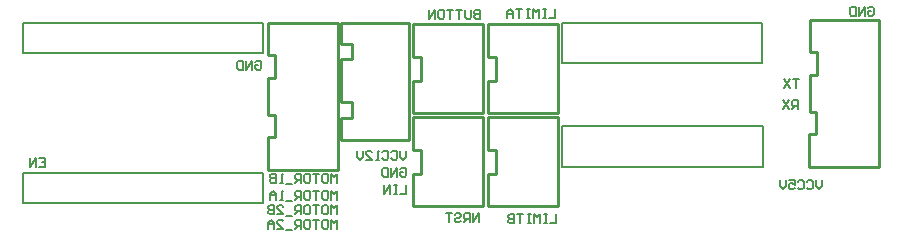
<source format=gbo>
G04*
G04 #@! TF.GenerationSoftware,Altium Limited,Altium Designer,24.0.1 (36)*
G04*
G04 Layer_Color=32896*
%FSLAX44Y44*%
%MOMM*%
G71*
G04*
G04 #@! TF.SameCoordinates,5B0ED70E-373C-42BA-93D7-FD99D67A1B07*
G04*
G04*
G04 #@! TF.FilePolarity,Positive*
G04*
G01*
G75*
%ADD11C,0.2540*%
%ADD14C,0.2032*%
%ADD16C,0.2000*%
D11*
X842442Y1127734D02*
X901192D01*
X842442Y1052296D02*
X901192D01*
Y1127734D01*
X842442Y1080135D02*
X848868D01*
X842442Y1100328D02*
Y1127734D01*
Y1100328D02*
X848868D01*
X842442Y1060120D02*
Y1080135D01*
Y1052296D02*
Y1060120D01*
X848868Y1080135D02*
Y1100328D01*
X842442Y1048994D02*
X901192D01*
X842442Y973556D02*
X901192D01*
Y1048994D01*
X842442Y1001395D02*
X848868D01*
X842442Y1021588D02*
Y1048994D01*
Y1021588D02*
X848868D01*
X842442Y981380D02*
Y1001395D01*
Y973556D02*
Y981380D01*
X848868Y1001395D02*
Y1021588D01*
X905942Y1127734D02*
X964692D01*
X905942Y1052296D02*
X964692D01*
Y1127734D01*
X905942Y1080135D02*
X912368D01*
X905942Y1100328D02*
Y1127734D01*
Y1100328D02*
X912368D01*
X905942Y1060120D02*
Y1080135D01*
Y1052296D02*
Y1060120D01*
X912368Y1080135D02*
Y1100328D01*
X905942Y1048994D02*
X964692D01*
X905942Y973556D02*
X964692D01*
Y1048994D01*
X905942Y1001395D02*
X912368D01*
X905942Y1021588D02*
Y1048994D01*
Y1021588D02*
X912368D01*
X905942Y981380D02*
Y1001395D01*
Y973556D02*
Y981380D01*
X912368Y1001395D02*
Y1021588D01*
X1178052Y1085088D02*
X1184148D01*
X1178052Y1053338D02*
X1183894D01*
X1178052D02*
Y1085088D01*
X1177798Y1007364D02*
Y1034796D01*
X1178052Y1104646D02*
Y1131062D01*
X1237234Y1007364D02*
Y1131062D01*
X1178052D02*
X1237234D01*
X1177798Y1007364D02*
X1237234D01*
X1178052Y1104646D02*
X1184148D01*
Y1085088D02*
Y1104646D01*
X1177798Y1034796D02*
X1183894D01*
Y1053338D01*
X719582Y1082548D02*
X725678D01*
X719582Y1050798D02*
X725424D01*
X719582D02*
Y1082548D01*
X719328Y1004824D02*
Y1032256D01*
X719582Y1102106D02*
Y1128522D01*
X778764Y1004824D02*
Y1128522D01*
X719582D02*
X778764D01*
X719328Y1004824D02*
X778764D01*
X719582Y1102106D02*
X725678D01*
Y1082548D02*
Y1102106D01*
X719328Y1032256D02*
X725424D01*
Y1050798D01*
X790434Y1048258D02*
Y1061720D01*
X781558Y1048258D02*
X790434D01*
Y1098804D02*
Y1111504D01*
X781558D02*
X790434D01*
X781558Y1029716D02*
X839216D01*
X781558Y1128522D02*
X839216D01*
Y1029716D02*
Y1128522D01*
X781558Y1111504D02*
Y1128522D01*
Y1029716D02*
Y1048258D01*
Y1061720D02*
Y1098804D01*
Y1061720D02*
X790434D01*
X781558Y1098804D02*
X790434D01*
D14*
X1188212Y995677D02*
Y990599D01*
X1185673Y988060D01*
X1183134Y990599D01*
Y995677D01*
X1175516Y994408D02*
X1176786Y995677D01*
X1179325D01*
X1180594Y994408D01*
Y989330D01*
X1179325Y988060D01*
X1176786D01*
X1175516Y989330D01*
X1167899Y994408D02*
X1169168Y995677D01*
X1171707D01*
X1172977Y994408D01*
Y989330D01*
X1171707Y988060D01*
X1169168D01*
X1167899Y989330D01*
X1160281Y995677D02*
X1165359D01*
Y991869D01*
X1162820Y993138D01*
X1161551D01*
X1160281Y991869D01*
Y989330D01*
X1161551Y988060D01*
X1164090D01*
X1165359Y989330D01*
X1157742Y995677D02*
Y990599D01*
X1155203Y988060D01*
X1152663Y990599D01*
Y995677D01*
X1227330Y1141220D02*
X1228599Y1142489D01*
X1231138D01*
X1232408Y1141220D01*
Y1136142D01*
X1231138Y1134872D01*
X1228599D01*
X1227330Y1136142D01*
Y1138681D01*
X1229869D01*
X1224790Y1134872D02*
Y1142489D01*
X1219712Y1134872D01*
Y1142489D01*
X1217173D02*
Y1134872D01*
X1213364D01*
X1212095Y1136142D01*
Y1141220D01*
X1213364Y1142489D01*
X1217173D01*
X1168146Y1055878D02*
Y1063495D01*
X1164337D01*
X1163068Y1062226D01*
Y1059687D01*
X1164337Y1058417D01*
X1168146D01*
X1165607D02*
X1163068Y1055878D01*
X1160528Y1063495D02*
X1155450Y1055878D01*
Y1063495D02*
X1160528Y1055878D01*
X1168908Y1081784D02*
X1163830D01*
X1166369D01*
Y1074166D01*
X1161291Y1081784D02*
X1156212Y1074166D01*
Y1081784D02*
X1161291Y1074166D01*
X962660Y1140458D02*
Y1132840D01*
X957582D01*
X955042Y1140458D02*
X952503D01*
X953773D01*
Y1132840D01*
X955042D01*
X952503D01*
X948695D02*
Y1140458D01*
X946155Y1137918D01*
X943616Y1140458D01*
Y1132840D01*
X941077Y1140458D02*
X938538D01*
X939807D01*
Y1132840D01*
X941077D01*
X938538D01*
X934729Y1140458D02*
X929651D01*
X932190D01*
Y1132840D01*
X927112D02*
Y1137918D01*
X924572Y1140458D01*
X922033Y1137918D01*
Y1132840D01*
Y1136649D01*
X927112D01*
X963676Y966975D02*
Y959358D01*
X958598D01*
X956059Y966975D02*
X953519D01*
X954789D01*
Y959358D01*
X956059D01*
X953519D01*
X949710D02*
Y966975D01*
X947171Y964436D01*
X944632Y966975D01*
Y959358D01*
X942093Y966975D02*
X939554D01*
X940823D01*
Y959358D01*
X942093D01*
X939554D01*
X935745Y966975D02*
X930667D01*
X933206D01*
Y959358D01*
X928128Y966975D02*
Y959358D01*
X924319D01*
X923049Y960628D01*
Y961897D01*
X924319Y963167D01*
X928128D01*
X924319D01*
X923049Y964436D01*
Y965706D01*
X924319Y966975D01*
X928128D01*
X898144Y960374D02*
Y967991D01*
X893066Y960374D01*
Y967991D01*
X890527Y960374D02*
Y967991D01*
X886718D01*
X885448Y966722D01*
Y964183D01*
X886718Y962913D01*
X890527D01*
X887987D02*
X885448Y960374D01*
X877831Y966722D02*
X879100Y967991D01*
X881639D01*
X882909Y966722D01*
Y965452D01*
X881639Y964183D01*
X879100D01*
X877831Y962913D01*
Y961644D01*
X879100Y960374D01*
X881639D01*
X882909Y961644D01*
X875291Y967991D02*
X870213D01*
X872752D01*
Y960374D01*
X899160Y1140203D02*
Y1132586D01*
X895351D01*
X894082Y1133856D01*
Y1135125D01*
X895351Y1136395D01*
X899160D01*
X895351D01*
X894082Y1137664D01*
Y1138934D01*
X895351Y1140203D01*
X899160D01*
X891543D02*
Y1133856D01*
X890273Y1132586D01*
X887734D01*
X886464Y1133856D01*
Y1140203D01*
X883925D02*
X878847D01*
X881386D01*
Y1132586D01*
X876307Y1140203D02*
X871229D01*
X873768D01*
Y1132586D01*
X864881Y1140203D02*
X867420D01*
X868690Y1138934D01*
Y1133856D01*
X867420Y1132586D01*
X864881D01*
X863612Y1133856D01*
Y1138934D01*
X864881Y1140203D01*
X861072Y1132586D02*
Y1140203D01*
X855994Y1132586D01*
Y1140203D01*
X778002Y954786D02*
Y962403D01*
X775463Y959864D01*
X772924Y962403D01*
Y954786D01*
X766576Y962403D02*
X769115D01*
X770385Y961133D01*
Y956055D01*
X769115Y954786D01*
X766576D01*
X765306Y956055D01*
Y961133D01*
X766576Y962403D01*
X762767D02*
X757689D01*
X760228D01*
Y954786D01*
X751341Y962403D02*
X753880D01*
X755149Y961133D01*
Y956055D01*
X753880Y954786D01*
X751341D01*
X750071Y956055D01*
Y961133D01*
X751341Y962403D01*
X747532Y954786D02*
Y962403D01*
X743723D01*
X742454Y961133D01*
Y958594D01*
X743723Y957325D01*
X747532D01*
X744993D02*
X742454Y954786D01*
X739914Y953516D02*
X734836D01*
X727218Y954786D02*
X732297D01*
X727218Y959864D01*
Y961133D01*
X728488Y962403D01*
X731027D01*
X732297Y961133D01*
X724679Y954786D02*
Y959864D01*
X722140Y962403D01*
X719601Y959864D01*
Y954786D01*
Y958594D01*
X724679D01*
X778002Y966978D02*
Y974595D01*
X775463Y972056D01*
X772924Y974595D01*
Y966978D01*
X766576Y974595D02*
X769115D01*
X770385Y973326D01*
Y968247D01*
X769115Y966978D01*
X766576D01*
X765306Y968247D01*
Y973326D01*
X766576Y974595D01*
X762767D02*
X757689D01*
X760228D01*
Y966978D01*
X751341Y974595D02*
X753880D01*
X755149Y973326D01*
Y968247D01*
X753880Y966978D01*
X751341D01*
X750071Y968247D01*
Y973326D01*
X751341Y974595D01*
X747532Y966978D02*
Y974595D01*
X743723D01*
X742454Y973326D01*
Y970786D01*
X743723Y969517D01*
X747532D01*
X744993D02*
X742454Y966978D01*
X739914Y965708D02*
X734836D01*
X727218Y966978D02*
X732297D01*
X727218Y972056D01*
Y973326D01*
X728488Y974595D01*
X731027D01*
X732297Y973326D01*
X724679Y974595D02*
Y966978D01*
X720871D01*
X719601Y968247D01*
Y969517D01*
X720871Y970786D01*
X724679D01*
X720871D01*
X719601Y972056D01*
Y973326D01*
X720871Y974595D01*
X724679D01*
X778002Y979424D02*
Y987041D01*
X775463Y984502D01*
X772924Y987041D01*
Y979424D01*
X766576Y987041D02*
X769115D01*
X770385Y985771D01*
Y980693D01*
X769115Y979424D01*
X766576D01*
X765306Y980693D01*
Y985771D01*
X766576Y987041D01*
X762767D02*
X757689D01*
X760228D01*
Y979424D01*
X751341Y987041D02*
X753880D01*
X755149Y985771D01*
Y980693D01*
X753880Y979424D01*
X751341D01*
X750071Y980693D01*
Y985771D01*
X751341Y987041D01*
X747532Y979424D02*
Y987041D01*
X743723D01*
X742454Y985771D01*
Y983232D01*
X743723Y981963D01*
X747532D01*
X744993D02*
X742454Y979424D01*
X739914Y978154D02*
X734836D01*
X732297Y979424D02*
X729758D01*
X731027D01*
Y987041D01*
X732297Y985771D01*
X725949Y979424D02*
Y984502D01*
X723410Y987041D01*
X720871Y984502D01*
Y979424D01*
Y983232D01*
X725949D01*
X836422Y1020824D02*
Y1015745D01*
X833883Y1013206D01*
X831344Y1015745D01*
Y1020824D01*
X823726Y1019554D02*
X824996Y1020824D01*
X827535D01*
X828804Y1019554D01*
Y1014476D01*
X827535Y1013206D01*
X824996D01*
X823726Y1014476D01*
X816109Y1019554D02*
X817378Y1020824D01*
X819917D01*
X821187Y1019554D01*
Y1014476D01*
X819917Y1013206D01*
X817378D01*
X816109Y1014476D01*
X813569Y1013206D02*
X811030D01*
X812300D01*
Y1020824D01*
X813569Y1019554D01*
X802143Y1013206D02*
X807221D01*
X802143Y1018284D01*
Y1019554D01*
X803413Y1020824D01*
X805952D01*
X807221Y1019554D01*
X799604Y1020824D02*
Y1015745D01*
X797065Y1013206D01*
X794526Y1015745D01*
Y1020824D01*
X831344Y1005203D02*
X832613Y1006472D01*
X835152D01*
X836422Y1005203D01*
Y1000125D01*
X835152Y998855D01*
X832613D01*
X831344Y1000125D01*
Y1002664D01*
X833883D01*
X828804Y998855D02*
Y1006472D01*
X823726Y998855D01*
Y1006472D01*
X821187D02*
Y998855D01*
X817378D01*
X816109Y1000125D01*
Y1005203D01*
X817378Y1006472D01*
X821187D01*
X836422Y992122D02*
Y984504D01*
X831344D01*
X828804Y992122D02*
X826265D01*
X827535D01*
Y984504D01*
X828804D01*
X826265D01*
X822457D02*
Y992122D01*
X817378Y984504D01*
Y992122D01*
X778002Y993648D02*
Y1001265D01*
X775463Y998726D01*
X772924Y1001265D01*
Y993648D01*
X766576Y1001265D02*
X769115D01*
X770385Y999995D01*
Y994917D01*
X769115Y993648D01*
X766576D01*
X765306Y994917D01*
Y999995D01*
X766576Y1001265D01*
X762767D02*
X757689D01*
X760228D01*
Y993648D01*
X751341Y1001265D02*
X753880D01*
X755149Y999995D01*
Y994917D01*
X753880Y993648D01*
X751341D01*
X750071Y994917D01*
Y999995D01*
X751341Y1001265D01*
X747532Y993648D02*
Y1001265D01*
X743723D01*
X742454Y999995D01*
Y997456D01*
X743723Y996187D01*
X747532D01*
X744993D02*
X742454Y993648D01*
X739914Y992378D02*
X734836D01*
X732297Y993648D02*
X729758D01*
X731027D01*
Y1001265D01*
X732297Y999995D01*
X725949Y1001265D02*
Y993648D01*
X722140D01*
X720871Y994917D01*
Y996187D01*
X722140Y997456D01*
X725949D01*
X722140D01*
X720871Y998726D01*
Y999995D01*
X722140Y1001265D01*
X725949D01*
X525782Y1014727D02*
X530860D01*
Y1007110D01*
X525782D01*
X530860Y1010919D02*
X528321D01*
X523242Y1007110D02*
Y1014727D01*
X518164Y1007110D01*
Y1014727D01*
X708662Y1095754D02*
X709931Y1097023D01*
X712470D01*
X713740Y1095754D01*
Y1090676D01*
X712470Y1089406D01*
X709931D01*
X708662Y1090676D01*
Y1093215D01*
X711201D01*
X706123Y1089406D02*
Y1097023D01*
X701044Y1089406D01*
Y1097023D01*
X698505D02*
Y1089406D01*
X694696D01*
X693427Y1090676D01*
Y1095754D01*
X694696Y1097023D01*
X698505D01*
D16*
X968140Y1129030D02*
X1137920D01*
X968140Y1094740D02*
Y1129030D01*
Y1094740D02*
X1137920D01*
Y1129030D01*
X968540Y1041400D02*
X1138320D01*
X968540Y1007110D02*
Y1041400D01*
Y1007110D02*
X1138320D01*
Y1041400D01*
X511810Y976580D02*
Y1001980D01*
Y976580D02*
X715010D01*
X511810Y1001980D02*
X715010D01*
Y976580D02*
Y1001980D01*
X511810Y1103630D02*
Y1129030D01*
Y1103630D02*
X715010D01*
X511810Y1129030D02*
X715010D01*
Y1103630D02*
Y1129030D01*
M02*

</source>
